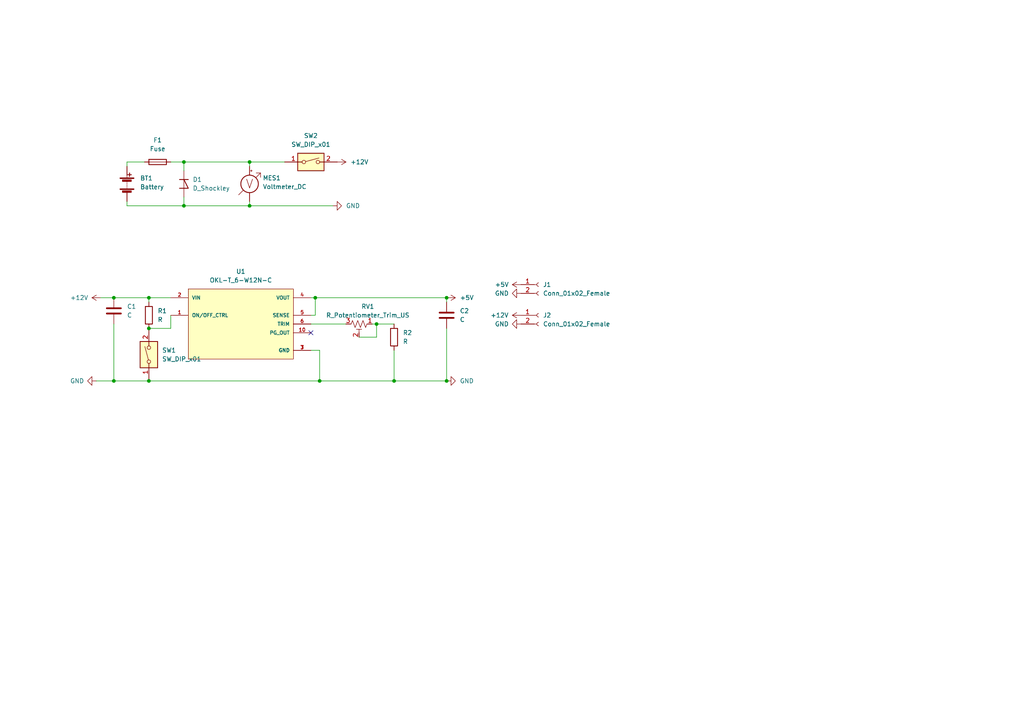
<source format=kicad_sch>
(kicad_sch (version 20211123) (generator eeschema)
  (paper "A4")
  (lib_symbols
    (symbol "Connector:Conn_01x02_Female" (pin_names (offset 1.016) hide)
      (property "Reference" "J" (at 0 2.54 0))
      (property "Value" "Conn_01x02_Female" (at 0 -5.08 0))
      (symbol "Conn_01x02_Female_1_1"
        (arc (start 0 -2.032) (mid -0.508 -2.54) (end 0 -3.048) (stroke (width 0.1524)))
        (polyline (pts (xy -1.27 -2.54) (xy -0.508 -2.54)) (stroke (width 0.1524)))
        (polyline (pts (xy -1.27 0) (xy -0.508 0)) (stroke (width 0.1524)))
        (arc (start 0 0.508) (mid -0.508 0) (end 0 -0.508) (stroke (width 0.1524)))
        (pin passive line (at -5.08 0 0) (length 3.81) (name "Pin_1") (number "1"))
        (pin passive line (at -5.08 -2.54 0) (length 3.81) (name "Pin_2") (number "2"))
      )
    )
    (symbol "Device:Battery" (pin_numbers hide) (pin_names (offset 0) hide)
      (property "Reference" "BT" (at 2.54 2.54 0))
      (property "Value" "Battery" (at 2.54 0 0))
      (symbol "Battery_0_1"
        (rectangle (start -2.032 -1.397) (end 2.032 -1.651) (fill (type outline)))
        (rectangle (start -2.032 1.778) (end 2.032 1.524) (fill (type outline)))
        (rectangle (start -1.3208 -1.9812) (end 1.27 -2.4892) (fill (type outline)))
        (rectangle (start -1.3208 1.1938) (end 1.27 0.6858) (fill (type outline)))
        (polyline (pts (xy 0 -1.524) (xy 0 -1.27)))
        (polyline (pts (xy 0 -1.016) (xy 0 -0.762)))
        (polyline (pts (xy 0 -0.508) (xy 0 -0.254)))
        (polyline (pts (xy 0 0) (xy 0 0.254)))
        (polyline (pts (xy 0 0.508) (xy 0 0.762)))
        (polyline (pts (xy 0 1.778) (xy 0 2.54)))
        (polyline (pts (xy 0.254 2.667) (xy 1.27 2.667)) (stroke (width 0.254)))
        (polyline (pts (xy 0.762 3.175) (xy 0.762 2.159)) (stroke (width 0.254)))
      )
      (symbol "Battery_1_1"
        (pin passive line (at 0 5.08 270) (length 2.54) (name "+") (number "1"))
        (pin passive line (at 0 -5.08 90) (length 2.54) (name "-") (number "2"))
      )
    )
    (symbol "Device:C" (pin_numbers hide) (pin_names (offset 0.254))
      (property "Reference" "C" (at 0.635 2.54 0))
      (property "Value" "C" (at 0.635 -2.54 0))
      (symbol "C_0_1"
        (polyline (pts (xy -2.032 -0.762) (xy 2.032 -0.762)) (stroke (width 0.508)))
        (polyline (pts (xy -2.032 0.762) (xy 2.032 0.762)) (stroke (width 0.508)))
      )
      (symbol "C_1_1"
        (pin passive line (at 0 3.81 270) (length 2.794) (name "~") (number "1"))
        (pin passive line (at 0 -3.81 90) (length 2.794) (name "~") (number "2"))
      )
    )
    (symbol "Device:D_Shockley" (pin_numbers hide) (pin_names (offset 1.016) hide)
      (property "Reference" "D" (at 0 2.54 0))
      (property "Value" "D_Shockley" (at 0 -2.54 0))
      (symbol "D_Shockley_0_1"
        (polyline (pts (xy -1.27 0) (xy 1.27 0)))
        (polyline (pts (xy -1.27 1.27) (xy -1.27 -1.27)) (stroke (width 0.254)))
        (polyline (pts (xy -1.27 0) (xy 1.27 1.27) (xy 1.27 -1.27)) (stroke (width 0.254)))
      )
      (symbol "D_Shockley_1_1"
        (pin passive line (at -3.81 0 0) (length 2.54) (name "K") (number "1"))
        (pin passive line (at 3.81 0 180) (length 2.54) (name "A") (number "2"))
      )
    )
    (symbol "Device:Fuse" (pin_numbers hide) (pin_names (offset 0))
      (property "Reference" "F" (at 2.032 0 90))
      (property "Value" "Fuse" (at -1.905 0 90))
      (symbol "Fuse_0_1"
        (rectangle (start -0.762 -2.54) (end 0.762 2.54) (stroke (width 0.254)))
        (polyline (pts (xy 0 2.54) (xy 0 -2.54)))
      )
      (symbol "Fuse_1_1"
        (pin passive line (at 0 3.81 270) (length 1.27) (name "~") (number "1"))
        (pin passive line (at 0 -3.81 90) (length 1.27) (name "~") (number "2"))
      )
    )
    (symbol "Device:R" (pin_numbers hide) (pin_names (offset 0))
      (property "Reference" "R" (at 2.032 0 90))
      (property "Value" "R" (at 0 0 90))
      (symbol "R_0_1"
        (rectangle (start -1.016 -2.54) (end 1.016 2.54) (stroke (width 0.254)))
      )
      (symbol "R_1_1"
        (pin passive line (at 0 3.81 270) (length 1.27) (name "~") (number "1"))
        (pin passive line (at 0 -3.81 90) (length 1.27) (name "~") (number "2"))
      )
    )
    (symbol "Device:R_Potentiometer_Trim_US" (pin_names (offset 1.016) hide)
      (property "Reference" "RV" (at -4.445 0 90))
      (property "Value" "R_Potentiometer_Trim_US" (at -2.54 0 90))
      (symbol "R_Potentiometer_Trim_US_0_1"
        (polyline (pts (xy 0 -2.286) (xy 0 -2.54)))
        (polyline (pts (xy 0 2.286) (xy 0 2.54)))
        (polyline (pts (xy 1.524 0.762) (xy 1.524 -0.762)))
        (polyline (pts (xy 2.54 0) (xy 1.524 0)))
        (polyline (pts (xy 0 -0.762) (xy 1.016 -1.143) (xy 0 -1.524) (xy -1.016 -1.905) (xy 0 -2.286)))
        (polyline (pts (xy 0 0.762) (xy 1.016 0.381) (xy 0 0) (xy -1.016 -0.381) (xy 0 -0.762)))
        (polyline (pts (xy 0 2.286) (xy 1.016 1.905) (xy 0 1.524) (xy -1.016 1.143) (xy 0 0.762)))
      )
      (symbol "R_Potentiometer_Trim_US_1_1"
        (pin passive line (at 0 3.81 270) (length 1.27) (name "1") (number "1"))
        (pin passive line (at 3.81 0 180) (length 1.27) (name "2") (number "2"))
        (pin passive line (at 0 -3.81 90) (length 1.27) (name "3") (number "3"))
      )
    )
    (symbol "Device:Voltmeter_DC" (pin_numbers hide) (pin_names (offset 0.0254) hide)
      (property "Reference" "MES" (at -3.302 1.016 0))
      (property "Value" "Voltmeter_DC" (at -3.302 -0.762 0))
      (symbol "Voltmeter_DC_0_0"
        (polyline (pts (xy -3.175 -3.175) (xy -1.905 -1.905)))
        (polyline (pts (xy 1.905 1.905) (xy 3.175 3.175)))
        (polyline (pts (xy 1.905 3.175) (xy 3.175 3.175) (xy 3.175 1.905)))
        (text "V" (at 0 0 0) (effects (font (size 2.54 2.54))))
      )
      (symbol "Voltmeter_DC_0_1"
        (polyline (pts (xy 0.254 3.81) (xy 0.762 3.81)))
        (polyline (pts (xy 0.508 4.064) (xy 0.508 3.556)))
        (circle (center 0 0) (radius 2.54) (stroke (width 0.254)))
      )
      (symbol "Voltmeter_DC_1_1"
        (pin passive line (at 0 -5.08 90) (length 2.54) (name "-") (number "1"))
        (pin passive line (at 0 5.08 270) (length 2.54) (name "+") (number "2"))
      )
    )
    (symbol "OKL-T_6-W12N-C:OKL-T_6-W12N-C" (pin_names (offset 1.016))
      (property "Reference" "U" (at -15.24 10.922 0))
      (property "Value" "OKL-T_6-W12N-C" (at -15.24 -12.7 0))
      (symbol "OKL-T_6-W12N-C_0_0"
        (rectangle (start -15.24 -10.16) (end 15.24 10.16) (stroke (width 0.1524)) (fill (type background)))
        (pin input line (at -20.32 2.54 0) (length 5.08) (name "ON/OFF_CTRL") (number "1"))
        (pin output line (at 20.32 -2.54 180) (length 5.08) (name "PG_OUT") (number "10"))
        (pin input line (at -20.32 7.62 0) (length 5.08) (name "VIN") (number "2"))
        (pin power_in line (at 20.32 -7.62 180) (length 5.08) (name "GND") (number "3"))
        (pin output line (at 20.32 7.62 180) (length 5.08) (name "VOUT") (number "4"))
        (pin input line (at 20.32 2.54 180) (length 5.08) (name "SENSE") (number "5"))
        (pin input line (at 20.32 0 180) (length 5.08) (name "TRIM") (number "6"))
        (pin power_in line (at 20.32 -7.62 180) (length 5.08) (name "GND") (number "7"))
      )
    )
    (symbol "Switch:SW_DIP_x01" (pin_names (offset 0) hide)
      (property "Reference" "SW" (at 0 3.81 0))
      (property "Value" "SW_DIP_x01" (at 0 -3.81 0))
      (symbol "SW_DIP_x01_0_0"
        (circle (center -2.032 0) (radius 0.508))
        (polyline (pts (xy -1.524 0.127) (xy 2.3622 1.1684)))
        (circle (center 2.032 0) (radius 0.508))
      )
      (symbol "SW_DIP_x01_0_1"
        (rectangle (start -3.81 2.54) (end 3.81 -2.54) (stroke (width 0.254)) (fill (type background)))
      )
      (symbol "SW_DIP_x01_1_1"
        (pin passive line (at -7.62 0 0) (length 5.08) (name "~") (number "1"))
        (pin passive line (at 7.62 0 180) (length 5.08) (name "~") (number "2"))
      )
    )
    (symbol "power:+12V" (power) (pin_names (offset 0))
      (property "Value" "+12V" (at 0 3.556 0))
      (symbol "+12V_0_1"
        (polyline (pts (xy -0.762 1.27) (xy 0 2.54)))
        (polyline (pts (xy 0 0) (xy 0 2.54)))
        (polyline (pts (xy 0 2.54) (xy 0.762 1.27)))
      )
      (symbol "+12V_1_1"
        (pin power_in line (at 0 0 90) (length 0) hide (name "+12V") (number "1"))
      )
    )
    (symbol "power:+5V" (power) (pin_names (offset 0))
      (property "Value" "+5V" (at 0 3.556 0))
      (symbol "+5V_0_1"
        (polyline (pts (xy -0.762 1.27) (xy 0 2.54)))
        (polyline (pts (xy 0 0) (xy 0 2.54)))
        (polyline (pts (xy 0 2.54) (xy 0.762 1.27)))
      )
      (symbol "+5V_1_1"
        (pin power_in line (at 0 0 90) (length 0) hide (name "+5V") (number "1"))
      )
    )
    (symbol "power:GND" (power) (pin_names (offset 0))
      (property "Value" "GND" (at 0 -3.81 0))
      (symbol "GND_0_1"
        (polyline (pts (xy 0 0) (xy 0 -1.27) (xy 1.27 -1.27) (xy 0 -2.54) (xy -1.27 -1.27) (xy 0 -1.27)))
      )
      (symbol "GND_1_1"
        (pin power_in line (at 0 0 270) (length 0) hide (name "GND") (number "1"))
      )
    )
  )
  (junction (at 72.39 59.69))
  (junction (at 43.18 110.49))
  (junction (at 114.3 110.49))
  (junction (at 43.18 95.25))
  (junction (at 92.71 110.49))
  (junction (at 43.18 86.36))
  (junction (at 53.34 59.69))
  (junction (at 33.02 86.36))
  (junction (at 129.54 86.36))
  (junction (at 33.02 110.49))
  (junction (at 72.39 46.99))
  (junction (at 109.22 93.98))
  (junction (at 91.44 86.36))
  (junction (at 129.54 110.49))
  (junction (at 53.34 46.99))
  (no_connect (at 90.17 96.52))
  (wire (pts (xy 90.17 91.44) (xy 91.44 91.44)))
  (wire (pts (xy 36.83 59.69) (xy 53.34 59.69)))
  (wire (pts (xy 72.39 46.99) (xy 82.55 46.99)))
  (wire (pts (xy 90.17 101.6) (xy 92.71 101.6)))
  (wire (pts (xy 104.14 97.79) (xy 109.22 97.79)))
  (wire (pts (xy 91.44 91.44) (xy 91.44 86.36)))
  (wire (pts (xy 114.3 101.6) (xy 114.3 110.49)))
  (wire (pts (xy 43.18 95.25) (xy 49.53 95.25)))
  (wire (pts (xy 43.18 110.49) (xy 92.71 110.49)))
  (wire (pts (xy 114.3 110.49) (xy 129.54 110.49)))
  (wire (pts (xy 92.71 101.6) (xy 92.71 110.49)))
  (wire (pts (xy 33.02 86.36) (xy 43.18 86.36)))
  (wire (pts (xy 33.02 110.49) (xy 27.94 110.49)))
  (wire (pts (xy 43.18 86.36) (xy 49.53 86.36)))
  (wire (pts (xy 53.34 46.99) (xy 53.34 49.53)))
  (wire (pts (xy 53.34 57.15) (xy 53.34 59.69)))
  (wire (pts (xy 92.71 110.49) (xy 114.3 110.49)))
  (wire (pts (xy 53.34 46.99) (xy 72.39 46.99)))
  (wire (pts (xy 43.18 86.36) (xy 43.18 87.63)))
  (wire (pts (xy 53.34 59.69) (xy 72.39 59.69)))
  (wire (pts (xy 72.39 59.69) (xy 96.52 59.69)))
  (wire (pts (xy 72.39 59.69) (xy 72.39 58.42)))
  (wire (pts (xy 36.83 48.26) (xy 36.83 46.99)))
  (wire (pts (xy 109.22 93.98) (xy 114.3 93.98)))
  (wire (pts (xy 49.53 46.99) (xy 53.34 46.99)))
  (wire (pts (xy 129.54 86.36) (xy 129.54 87.63)))
  (wire (pts (xy 91.44 86.36) (xy 129.54 86.36)))
  (wire (pts (xy 33.02 110.49) (xy 43.18 110.49)))
  (wire (pts (xy 33.02 93.98) (xy 33.02 110.49)))
  (wire (pts (xy 36.83 46.99) (xy 41.91 46.99)))
  (wire (pts (xy 49.53 95.25) (xy 49.53 91.44)))
  (wire (pts (xy 72.39 46.99) (xy 72.39 48.26)))
  (wire (pts (xy 129.54 110.49) (xy 129.54 95.25)))
  (wire (pts (xy 36.83 59.69) (xy 36.83 58.42)))
  (wire (pts (xy 107.95 93.98) (xy 109.22 93.98)))
  (wire (pts (xy 29.21 86.36) (xy 33.02 86.36)))
  (wire (pts (xy 90.17 86.36) (xy 91.44 86.36)))
  (wire (pts (xy 90.17 93.98) (xy 100.33 93.98)))
  (wire (pts (xy 109.22 97.79) (xy 109.22 93.98)))
  (symbol (lib_id "Device:Voltmeter_DC") (at 72.39 53.34 0) (unit 1)
    (property "Reference" "MES1" (at 76.2 51.6254 0) (effects (justify left)))
    (property "Value" "Voltmeter_DC" (at 76.2 54.1654 0) (effects (justify left)))
    (property "Footprint" "Voltage_Counter:voltage_counter" (effects hide))
  )
  (symbol (lib_id "power:GND") (at 96.52 59.69 90) (unit 1)
    (property "Reference" "#PWR0102" (effects hide))
    (property "Value" "GND" (at 100.33 59.6899 90) (effects (justify right)))
  )
  (symbol (lib_id "Device:R") (at 114.3 97.79 0) (unit 1)
    (property "Reference" "R2" (at 116.84 96.5199 0) (effects (justify left)))
    (property "Value" "R" (at 116.84 99.0599 0) (effects (justify left)))
    (property "Footprint" "Resistor_THT:R_Axial_DIN0204_L3.6mm_D1.6mm_P5.08mm_Horizontal" (effects hide))
  )
  (symbol (lib_id "Connector:Conn_01x02_Female") (at 156.21 91.44 0) (unit 1)
    (property "Reference" "J2" (at 157.48 91.4399 0) (effects (justify left)))
    (property "Value" "Conn_01x02_Female" (at 157.48 93.9799 0) (effects (justify left)))
    (property "Footprint" "Connector_JST:JST_XH_B2B-XH-A_1x02_P2.50mm_Vertical" (effects hide))
  )
  (symbol (lib_id "power:GND") (at 151.13 93.98 270) (unit 1)
    (property "Reference" "#PWR0106" (effects hide))
    (property "Value" "GND" (at 143.51 93.98 90) (effects (justify left)))
  )
  (symbol (lib_id "Device:Battery") (at 36.83 53.34 0) (unit 1)
    (property "Reference" "BT1" (at 40.64 51.6889 0) (effects (justify left)))
    (property "Value" "Battery" (at 40.64 54.2289 0) (effects (justify left)))
    (property "Footprint" "Connector_JST:JST_VH_B2P-VH_1x02_P3.96mm_Vertical" (effects hide))
  )
  (symbol (lib_id "power:GND") (at 151.13 85.09 270) (unit 1)
    (property "Reference" "#PWR0105" (effects hide))
    (property "Value" "GND" (at 143.51 85.09 90) (effects (justify left)))
  )
  (symbol (lib_id "Switch:SW_DIP_x01") (at 90.17 46.99 0) (unit 1)
    (property "Reference" "SW2" (at 90.17 39.37 0))
    (property "Value" "SW_DIP_x01" (at 90.17 41.91 0))
    (property "Footprint" "_Others:DS-850k" (effects hide))
  )
  (symbol (lib_id "Device:R_Potentiometer_Trim_US") (at 104.14 93.98 270) (unit 1)
    (property "Reference" "RV1" (at 106.68 88.9 90))
    (property "Value" "R_Potentiometer_Trim_US" (at 106.68 91.44 90))
    (property "Footprint" "Potentiometer_THT:Potentiometer_Bourns_3296W_Vertical" (effects hide))
  )
  (symbol (lib_id "power:+12V") (at 29.21 86.36 90) (unit 1)
    (property "Reference" "#PWR0104" (effects hide))
    (property "Value" "+12V" (at 20.32 86.36 90) (effects (justify right)))
  )
  (symbol (lib_id "Device:C") (at 33.02 90.17 0) (unit 1)
    (property "Reference" "C1" (at 36.83 88.8999 0) (effects (justify left)))
    (property "Value" "C" (at 36.83 91.4399 0) (effects (justify left)))
    (property "Footprint" "Capacitor_THT:C_Disc_D5.1mm_W3.2mm_P5.00mm" (effects hide))
  )
  (symbol (lib_id "Switch:SW_DIP_x01") (at 43.18 102.87 90) (unit 1)
    (property "Reference" "SW1" (at 46.99 101.5999 90) (effects (justify right)))
    (property "Value" "SW_DIP_x01" (at 46.99 104.1399 90) (effects (justify right)))
    (property "Footprint" "TA48033S:TA48033S" (effects hide))
  )
  (symbol (lib_id "Device:Fuse") (at 45.72 46.99 270) (unit 1)
    (property "Reference" "F1" (at 45.72 40.64 90))
    (property "Value" "Fuse" (at 45.72 43.18 90))
    (property "Footprint" "Fuse_Socket:fuse_socket" (effects hide))
  )
  (symbol (lib_id "power:+5V") (at 151.13 82.55 90) (unit 1)
    (property "Reference" "#PWR0108" (effects hide))
    (property "Value" "+5V" (at 143.51 82.55 90) (effects (justify right)))
  )
  (symbol (lib_id "power:+12V") (at 97.79 46.99 270) (unit 1)
    (property "Reference" "#PWR0101" (effects hide))
    (property "Value" "+12V" (at 101.6 46.9899 90) (effects (justify left)))
  )
  (symbol (lib_id "Connector:Conn_01x02_Female") (at 156.21 82.55 0) (unit 1)
    (property "Reference" "J1" (at 157.48 82.5499 0) (effects (justify left)))
    (property "Value" "Conn_01x02_Female" (at 157.48 85.0899 0) (effects (justify left)))
    (property "Footprint" "Connector_JST:JST_XH_B2B-XH-A_1x02_P2.50mm_Vertical" (effects hide))
  )
  (symbol (lib_id "Device:C") (at 129.54 91.44 0) (unit 1)
    (property "Reference" "C2" (at 133.35 90.1699 0) (effects (justify left)))
    (property "Value" "C" (at 133.35 92.7099 0) (effects (justify left)))
    (property "Footprint" "Capacitor_THT:C_Disc_D5.1mm_W3.2mm_P5.00mm" (effects hide))
  )
  (symbol (lib_id "power:GND") (at 27.94 110.49 270) (unit 1)
    (property "Reference" "#PWR0103" (effects hide))
    (property "Value" "GND" (at 20.32 110.49 90) (effects (justify left)))
  )
  (symbol (lib_id "power:+5V") (at 129.54 86.36 270) (unit 1)
    (property "Reference" "#PWR0107" (effects hide))
    (property "Value" "+5V" (at 133.35 86.3599 90) (effects (justify left)))
  )
  (symbol (lib_id "Device:R") (at 43.18 91.44 0) (unit 1)
    (property "Reference" "R1" (at 45.72 90.1699 0) (effects (justify left)))
    (property "Value" "R" (at 45.72 92.7099 0) (effects (justify left)))
    (property "Footprint" "Resistor_THT:R_Axial_DIN0204_L3.6mm_D1.6mm_P5.08mm_Horizontal" (effects hide))
  )
  (symbol (lib_id "power:GND") (at 129.54 110.49 90) (unit 1)
    (property "Reference" "#PWR0110" (effects hide))
    (property "Value" "GND" (at 133.35 110.4899 90) (effects (justify right)))
  )
  (symbol (lib_id "power:+12V") (at 151.13 91.44 90) (unit 1)
    (property "Reference" "#PWR0109" (effects hide))
    (property "Value" "+12V" (at 142.24 91.44 90) (effects (justify right)))
  )
  (symbol (lib_id "OKL-T_6-W12N-C:OKL-T_6-W12N-C") (at 69.85 93.98 0) (unit 1)
    (property "Reference" "U1" (at 69.85 78.74 0))
    (property "Value" "OKL-T_6-W12N-C" (at 69.85 81.28 0))
    (property "Footprint" "_Others:DCDC-murata-6A" (effects hide))
  )
  (symbol (lib_id "Device:D_Shockley") (at 53.34 53.34 270) (unit 1)
    (property "Reference" "D1" (at 55.88 52.0699 90) (effects (justify left)))
    (property "Value" "D_Shockley" (at 55.88 54.6099 90) (effects (justify left)))
    (property "Footprint" "Diode_THT:D_5W_P12.70mm_Horizontal" (effects hide))
  )
)
</source>
